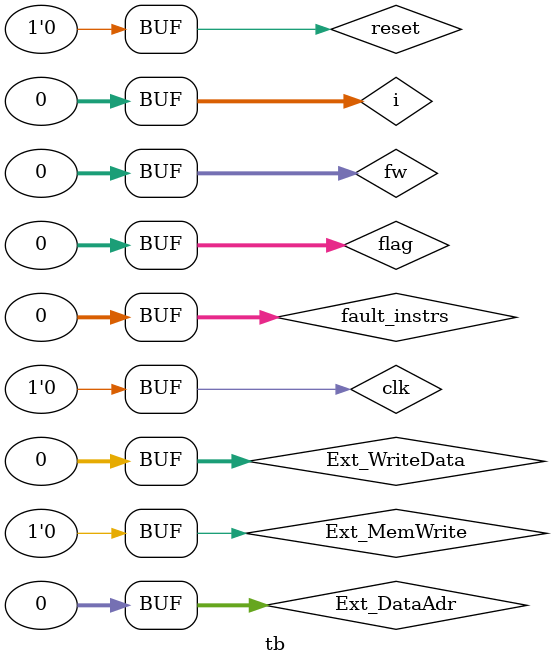
<source format=v>
`timescale 1 ns/1 ns

module tb;

// registers to send data
reg clk;
reg reset;
reg Ext_MemWrite;
reg [31:0] Ext_WriteData, Ext_DataAdr;

// Wire Ouputs from Instantiated Modules
wire [31:0] WriteData, DataAdr, ReadData;
wire MemWrite;
wire [31:0] PC, Result;

// Initialize Top Module
t1c_riscv_cpu uut (clk, reset, Ext_MemWrite, Ext_WriteData, Ext_DataAdr, MemWrite, WriteData, DataAdr, ReadData, PC, Result);

integer fault_instrs = 0, i = 0, fw = 0, flag = 0;

// Test the RISC-V processor:

// localparam ADDI_x0  =   32'h8;
// localparam ADDI     =   32'h10;
// localparam SLLI     =   32'h14;
// localparam SLTI     =   32'h18;
// localparam SLTIU    =   32'h1C;
// localparam XORI     =   32'h20;
// localparam SRLI     =   32'h24;
// localparam SRAI     =   32'h28;
// localparam ORI      =   32'h2C;
// localparam ANDI     =   32'h30;

// localparam ADD      =   32'h34;
// localparam SUB      =   32'h38;
// localparam SLL      =   32'h3C;
// localparam SLT      =   32'h40;
// localparam SLTU     =   32'h44;
// localparam XOR      =   32'h48;
// localparam SRL      =   32'h4C;
// localparam SRA      =   32'h50;
// localparam OR       =   32'h54;
// localparam AND      =   32'h58;

// localparam LUI      =   32'h5C;
// localparam AUIPC    =   32'h60;

// localparam SB       =   32'h64;
// localparam SH       =   32'h68;
// localparam SW       =   32'h6C;

// localparam LB       =   32'h70;
// localparam LH       =   32'h74;
// localparam LW       =   32'h78;
// localparam LBU      =   32'h7C;
// localparam LHU      =   32'h80;

// localparam BLT_IN   =   32'h90;
// localparam BLT_OUT  =   32'h9C;

// localparam BGE_IN   =   32'hAC;
// localparam BGE_OUT  =   32'hB8;

// localparam BLTU_IN  =   32'hC8;
// localparam BLTU_OUT =   32'hD4;

// localparam BGEU_IN  =   32'hE4;
// localparam BGEU_OUT =   32'hF0;

// localparam BNE_IN   =   32'h100;
// localparam BNE_OUT  =   32'h10C;

// localparam BEQ_IN   =   32'h11C;
// localparam BEQ_OUT  =   32'h128;

// localparam JALR     =   32'h134;
// localparam JAL      =   32'h138;

// generate clock to sequence tests
always begin
    clk <= 1; # 5; clk <= 0; # 5;
end

// check results of simple RISC-V CPU (from asm_programs/rv32i_test.s) r32i_test.hex
// performing standard instructions
initial begin
    reset = 1;
    Ext_MemWrite = 0; Ext_DataAdr = 32'b0; Ext_WriteData = 32'b0; #10;
    reset = 0;
end

// test the book asm program
// always @(negedge clk) begin
//     # 10;
//     if(MemWrite && !reset) begin
//         if(DataAdr === 100 & WriteData === 25) begin
//             $display("Simulation succeeded");
//             $stop;
//         end
//         else if (DataAdr !== 96) begin
//             $display("Simulation failed");
//             $stop;
//         end
//     end
// end

// always @(negedge clk) begin
//     case(PC)
//         ADDI_x0 : begin
//             i = i + 1'b1;
//             if(Result === -3)  $display("1. addi implementation is correct for x0 ");
//             else begin
//                 $display("1. addi implementation for x0 is incorrect");
//                 fault_instrs = fault_instrs + 1'b1;
//             end
//         end

//         ADDI    : begin
//             i = i + 1'b1;
//             if(Result === 9) $display("2. addi implementation is correct ");
//             else begin
//                 $display("2. addi implementation is incorrect");
//                 fault_instrs = fault_instrs + 1'b1;
//             end
//         end

//         SLLI    : begin
//             i = i + 1'b1;
//             if(Result === 64) $display("3. slli implementation is correct ");
//             else begin
//                 $display("3. slli implementation is incorrect");
//                 fault_instrs = fault_instrs + 1'b1;
//             end
//         end

//         SLTI    : begin
//             i = i + 1'b1;
//             if(Result === 0) $display("4. slti implementation is correct ");
//             else begin
//                 $display("4. slti implementation is incorrect");
//                 fault_instrs = fault_instrs + 1'b1;
//             end
//         end

//         SLTIU    : begin
//             i = i + 1'b1;
//             if(Result === 1) $display("5. sltiu implementation is correct ");
//             else begin
//                 $display("5. sltiu implementation is incorrect");
//                 fault_instrs = fault_instrs + 1'b1;
//             end
//         end

//         XORI    : begin
//             i = i + 1'b1;
//             if(Result === 2) $display("6. xori implementation is correct ");
//             else begin
//                 $display("6. xori implementation is incorrect");
//                 fault_instrs = fault_instrs + 1'b1;
//             end
//         end

//         SRLI    : begin
//             i = i + 1'b1;
//             if(Result === 536870911) $display("7. srli implementation is correct ");
//             else begin
//                 $display("7. srli implementation is incorrect");
//                 fault_instrs = fault_instrs + 1'b1;
//             end
//         end

//         SRAI    : begin
//             i = i + 1'b1;
//             if(Result === -1) $display("8. srai implementation is correct ");
//             else begin
//                 $display("8. srai implementation is incorrect");
//                 fault_instrs = fault_instrs + 1'b1;
//             end
//         end

//         ORI    : begin
//             i = i + 1'b1;
//             if(Result === -1) $display("9. ori implementation is correct ");
//             else begin
//                 $display("9. ori implementation is incorrect");
//                 fault_instrs = fault_instrs + 1'b1;
//             end
//         end

//         ANDI    : begin
//             i = i + 1'b1;
//             if(Result === 1) $display("10. andi implementation is correct");
//             else begin
//                 $display("10. andi implementation is incorrect");
//                 fault_instrs = fault_instrs + 1'b1;
//             end
//         end

//         ADD    : begin
//             i = i + 1'b1;
//             if(Result === 17) $display("11. add implementation is correct ");
//             else begin
//                 $display("11. add implementation is incorrect");
//                 fault_instrs = fault_instrs + 1'b1;
//             end
//         end

//         SUB    : begin
//             i = i + 1'b1;
//             if(Result === 15) $display("12. sub implementation is correct ");
//             else begin
//                 $display("12. sub implementation is incorrect");
//                 fault_instrs = fault_instrs + 1'b1;
//             end
//         end


//         SLL    : begin
//             i = i + 1'b1;
//             if(Result === 32) $display("13. sll implementation is correct ");
//             else begin
//                 $display("13. sll implementation is incorrect");
//                 fault_instrs = fault_instrs + 1'b1;
//             end
//         end

//         SLT    : begin
//             i = i + 1'b1;
//             if(Result === 0) $display("14. slt implementation is correct ");
//             else begin
//                 $display("14. slt implementation is incorrect");
//                 fault_instrs = fault_instrs + 1'b1;
//             end
//         end

//         SLTU    : begin
//             i = i + 1'b1;
//             if(Result === 1) $display("15. sltu implementation is correct ");
//             else begin
//                 $display("15. sltu implementation is incorrect");
//                 fault_instrs = fault_instrs + 1'b1;
//             end
//         end

//         XOR    : begin
//             i = i + 1'b1;
//             if(Result === 17) $display("16. xor implementation is correct ");
//             else begin
//                 $display("16. xor implementation is incorrect");
//             end
//         end

//         SRL    : begin
//             i = i + 1'b1;
//             if(Result === 8) $display("17. srl implementation is correct ");
//             else begin
//                 $display("17. srl implementation is incorrect");
//                 fault_instrs = fault_instrs + 1'b1;
//             end
//         end

//         SRA    : begin
//             i = i + 1'b1;
//             if(Result === 8) $display("18. sra implementation is correct ");
//             else begin
//                 $display("18. sra implementation is incorrect");
//                 fault_instrs = fault_instrs + 1'b1;
//             end
//         end

//         OR    : begin
//             i = i + 1'b1;
//             if(Result === 17) $display("19. or implementation is correct ");
//             else begin
//                 $display("19. or implementation is incorrect");
//                 fault_instrs = fault_instrs + 1'b1;
//             end
//         end

//         AND    : begin
//             i = i + 1'b1;
//             if(Result === 0) $display("20. and implementation is correct ");
//             else begin
//                 $display("20. and implementation is incorrect");
//                 fault_instrs = fault_instrs + 1'b1;
//             end
//         end

//         LUI    : begin
//             i = i + 1'b1;
//             if(Result === 32'h02000000) $display("21. lui implementation is correct ");
//             else begin
//                 $display("21. lui implementation is incorrect");
//                 fault_instrs = fault_instrs + 1'b1;
//             end
//         end

//         AUIPC    : begin
//             i = i + 1'b1;
//             if(Result === 32'h02000060) $display("22. auipc implementation is correct ");
//             else begin
//                 $display("22. auipc implementation is incorrect");
//                 fault_instrs = fault_instrs + 1'b1;
//             end
//         end


//         SB      : begin
//             i = i + 1'b1;
//             if(MemWrite && !reset) begin
//                 if(DataAdr === 33 & WriteData === 1) $display ("23. sb implementation is correct");
//                 else begin
//                     $display("23. sb implementation is incorrect");
//                     fault_instrs = fault_instrs + 1'b1;
//                 end
//             end
//         end


//         SH      : begin
//             i = i + 1'b1;
//             if(MemWrite && !reset) begin
//                 if(DataAdr === 38 & WriteData === -3) $display ("24. sh implementation is correct");
//                 else begin
//                     $display("24. sh implementation is incorrect");
//                     fault_instrs = fault_instrs + 1'b1;
//                 end
//             end
//         end


//         SW      : begin
//             i = i + 1'b1;
//             if(MemWrite && !reset) begin
//                 if(DataAdr === 40 & WriteData === 16) $display ("25. sw implementation is correct");
//                 else begin
//                     $display("25. sw implementation is incorrect");
//                     fault_instrs = fault_instrs + 1'b1;
//                 end
//             end
//         end

//         LB      : begin
//             i = i + 1'b1;
//             if(DataAdr === 33 & Result === 1 ) $display ("26. lb implementation is correct");
//             else begin
//                 $display("26. lb implementation is incorrect");
//                 fault_instrs = fault_instrs + 1'b1;
//             end
//         end

//         LH      : begin
//             i = i + 1'b1;
//             if(DataAdr === 38 & Result === -3 ) $display ("27. lh implementation is correct");
//             else begin
//                 $display("27. lh implementation is incorrect");
//                 fault_instrs = fault_instrs + 1'b1;
//             end
//         end

//         LW      : begin
//             i = i + 1'b1;
//             if(DataAdr === 40 & Result === 16) $display ("28. lw implementation is correct");
//             else begin
//                 $display("28. lw implementation is incorrect");
//                 fault_instrs = fault_instrs + 1'b1;
//             end
//         end

//         LBU      : begin
//             i = i + 1'b1;
//             if(DataAdr === 33 & Result === 1) $display ("29. lbu implementation is correct");
//             else begin
//                 $display("29. lbu implementation is incorrect");
//                 fault_instrs = fault_instrs + 1'b1;
//             end
//         end

//         LHU     : begin
//             i = i + 1'b1;
//             if(DataAdr === 38 & Result === 32'h0000FFFD) $display ("30. lhu implementation is correct");
//             else begin
//                 $display("30. lhu implementation is incorrect");
//                 fault_instrs = fault_instrs + 1'b1;
//             end
//         end

//         BLT_IN : begin
//             if(Result <= 32'hA) $display("31. blt is executing");
//             else begin
//                 $display("blt struck in loop");
//                 flag = 1;
//                 $stop;
//             end
//         end

//         BLT_OUT : begin
//             i = i + 1'b1;
//             if(Result === 5) $display("31. blt implementation is correct ");
//             else begin
//                 $display("31. blt implementation is incorrect");
//                 fault_instrs = fault_instrs + 1'b1;
//             end
//         end

//         BGE_IN : begin
//             if(Result <= 32'hB) $display("32. bge is executing");
//             else begin
//                 $display("bge struck in loop");
//                 flag = 1;
//                 $stop;
//             end
//         end

//         BGE_OUT : begin
//             i = i + 1'b1;
//             if(Result === -6) $display("32. bge implementation is correct");
//             else begin
//                 $display("32. bge implementation is incorrect");
//                 fault_instrs = fault_instrs + 1'b1;
//             end
//         end

//         BLTU_IN : begin
//             if(Result <= 4) $display("33. bltu is executing");
//             else begin
//                 $display("bltu struck in loop");
//                 flag = 1;
//                 $stop;
//             end
//         end

//         BLTU_OUT : begin
//             i = i + 1'b1;
//             if(Result === 5) $display("33. bltu implementation is correct ");
//             else begin
//                 $display("33. bltu implementation is incorrect");
//                 fault_instrs = fault_instrs + 1'b1;
//             end
//         end

//         BGEU_IN : begin
//             if(Result <= 5) $display("34. bgeu is executing");
//             else begin
//                 $display("bgeu struck in loop");
//                 flag = 1;
//                 $stop;
//             end
//         end

//         BGEU_OUT : begin
//             i = i + 1'b1;
//             if(Result === 0) $display("34. bgeu implementation is correct ");
//             else begin
//                 $display("34. bgeu implementation is incorrect");
//                 fault_instrs = fault_instrs + 1'b1;
//             end
//         end

//         BNE_IN : begin
//             if(Result <= 5) $display("35. bne is executing");
//             else begin
//                 $display("bne struck in loop");
//                 flag = 1;
//                 $stop;
//             end
//         end

//         BNE_OUT : begin
//             i = i + 1'b1;
//             if(Result === 5) $display("35. bne implementation is correct ");
//             else begin
//                 $display("35. bne implementation is incorrect");
//                 fault_instrs = fault_instrs + 1'b1;
//             end
//         end

//         BEQ_IN : begin
//             if(Result <=2) $display("36. beq is executing");
//             else begin
//                 $display("beq struck in loop");
//                 $stop;
//             end
//         end

//         BEQ_OUT : begin
//             i = i + 1'b1;
//             if(Result === 4) $display("36. beq implementation is correct ");
//             else begin
//                 $display("36. beq implementation is incorrect");
//                 fault_instrs = fault_instrs + 1'b1;
//             end
//         end

//         JALR     : begin
//             i = i + 1'b1;
//             if (Result === 32'h130) $display("37. jalr implementation is correct ");
//             else begin
//                 $display("37. jalr implementation is incorrect");
//                 fault_instrs = fault_instrs + 1'b1;
//             end
//         end

//         JAL     : begin
//             i = i + 1'b1;
//             if (Result === 32'h13C ) $display("38. jal implementation is correct ");
//             else begin
//                 $display("38. jal implementation is incorrect");
//             end
//         end

//     endcase
// end

// initial begin
//   $dumpfile("simulation.vcd");  // Name of the output VCD (Value Change Dump) file
//   $dumpvars(0, tb);  // Dump all signals in top module and submodules
// end

// always @(negedge clk) begin
//     if (i >= 38 || flag == 1) begin
//         $display("Faulty Instructions => %d", fault_instrs);
//         if (fault_instrs !== 0) begin
//             fw = $fopen("results.txt","w");
//             $fdisplay(fw, "%02h","Errors");
//             $display("Error(s) encountered, please check your design!");
//             $fclose(fw);
//         end
//         else begin
//             fw = $fopen("results.txt","w");
//             $fdisplay(fw, "%02h","No Errors");
//             $display("No errors encountered, congratulations!");
//             $fclose(fw);
//         end
//     $stop;
//     end
// end

endmodule

</source>
